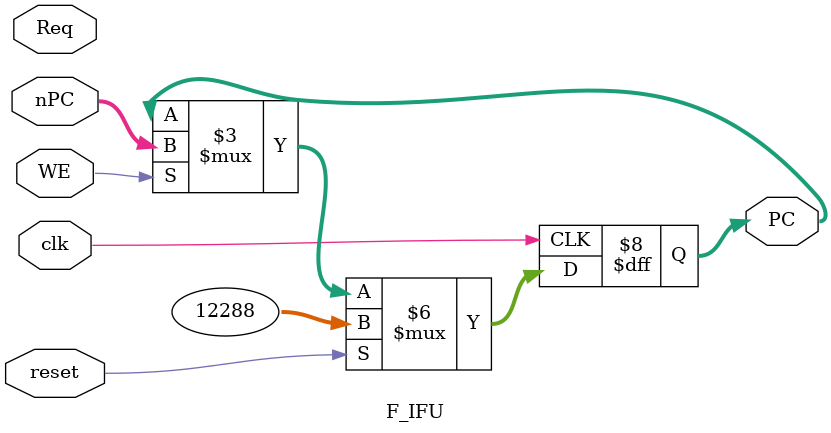
<source format=v>
`include "constants.v"

module F_IFU (
        input clk,  //! Clock
        input reset,  //! Reset
        input Req,  //! Request
        input WE,  //! Write Enable
        input [31: 0] nPC,  //! Next PC
        // output [31: 0] Instr, //! Instruction
        output reg [31: 0] PC //! Program Counter
    );

    // F_IM IM(
    //        .PC(PC),
    //        .Instr(Instr)
    //    );

    initial begin
        PC <= 32'h3000;
    end

    always @(posedge clk) begin
        if (reset)
            PC <= 32'h3000;
        else if (WE)
            PC <= nPC;
    end

endmodule

</source>
